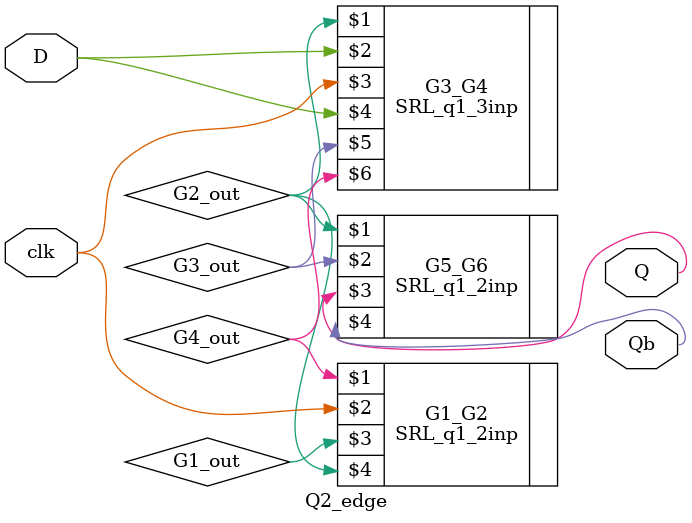
<source format=sv>
`timescale 1ns/1ns
module Q2_edge(input D, clk, output Q, Qb);
    wire G1_out, G2_out, G3_out, G4_out;
    SRL_q1_2inp G1_G2(G4_out, clk, G1_out, G2_out);
    SRL_q1_3inp	G3_G4(G2_out, D, clk, D, G3_out, G4_out);
    SRL_q1_2inp G5_G6(G2_out, G3_out, Q, Qb);
endmodule
</source>
